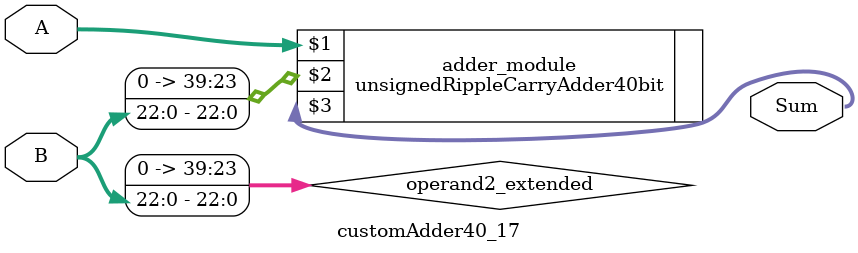
<source format=v>
module customAdder40_17(
                        input [39 : 0] A,
                        input [22 : 0] B,
                        
                        output [40 : 0] Sum
                );

        wire [39 : 0] operand2_extended;
        
        assign operand2_extended =  {17'b0, B};
        
        unsignedRippleCarryAdder40bit adder_module(
            A,
            operand2_extended,
            Sum
        );
        
        endmodule
        
</source>
